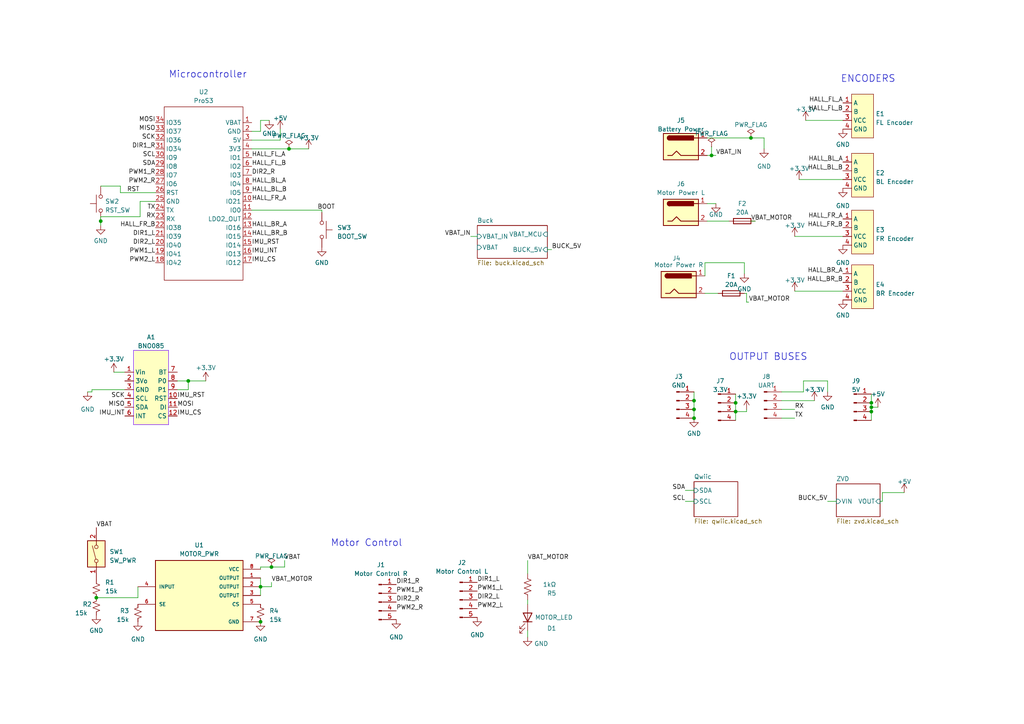
<source format=kicad_sch>
(kicad_sch (version 20230121) (generator eeschema)
  (paper "A4")
  (title_block (title "2.12 Mobile Robot PCB") (date "2024-01-26") (rev "V1") (company "MIT - jntaimo"))
  (lib_symbols
    (symbol "Adafruit:_Adafruit_BNO085"
      (property "Reference" "A" (at 5.08 3.81 0))
      (property "Value" "BNO085" (at 5.08 0 0))
      (symbol "_Adafruit_BNO085_1_1"
        (rectangle (start 0 2.54) (end 10.16 -19.05) (stroke (width 0) (color 117 6 255 1)) (fill (type background)))
        (pin input line (at -2.54 -3.81 0) (length 2.54) (name "Vin") (number "1"))
        (pin input line (at 12.7 -11.43 180) (length 2.54) (name "RST") (number "10"))
        (pin input line (at 12.7 -13.97 180) (length 2.54) (name "DI") (number "11"))
        (pin input line (at 12.7 -16.51 180) (length 2.54) (name "CS") (number "12"))
        (pin output line (at -2.54 -6.35 0) (length 2.54) (name "3Vo") (number "2"))
        (pin bidirectional line (at -2.54 -8.89 0) (length 2.54) (name "GND") (number "3"))
        (pin input line (at -2.54 -11.43 0) (length 2.54) (name "SCL") (number "4"))
        (pin output line (at -2.54 -13.97 0) (length 2.54) (name "SDA") (number "5"))
        (pin output line (at -2.54 -16.51 0) (length 2.54) (name "INT") (number "6"))
        (pin input line (at 12.7 -3.81 180) (length 2.54) (name "BT") (number "7"))
        (pin input line (at 12.7 -6.35 180) (length 2.54) (name "P0") (number "8"))
        (pin input line (at 12.7 -8.89 180) (length 2.54) (name "P1") (number "9"))
      )
    )
    (symbol "Connector:Conn_01x04_Pin" (pin_names (offset 1.016) hide)
      (property "Reference" "J" (at 0 5.08 0))
      (property "Value" "Conn_01x04_Pin" (at 0 -7.62 0))
      (symbol "Conn_01x04_Pin_1_1"
        (polyline (pts (xy 1.27 -5.08) (xy 0.8636 -5.08)) (stroke (width 0.1524)))
        (polyline (pts (xy 1.27 -2.54) (xy 0.8636 -2.54)) (stroke (width 0.1524)))
        (polyline (pts (xy 1.27 0) (xy 0.8636 0)) (stroke (width 0.1524)))
        (polyline (pts (xy 1.27 2.54) (xy 0.8636 2.54)) (stroke (width 0.1524)))
        (rectangle (start 0.8636 -4.953) (end 0 -5.207) (stroke (width 0.1524)) (fill (type outline)))
        (rectangle (start 0.8636 -2.413) (end 0 -2.667) (stroke (width 0.1524)) (fill (type outline)))
        (rectangle (start 0.8636 0.127) (end 0 -0.127) (stroke (width 0.1524)) (fill (type outline)))
        (rectangle (start 0.8636 2.667) (end 0 2.413) (stroke (width 0.1524)) (fill (type outline)))
        (pin passive line (at 5.08 2.54 180) (length 3.81) (name "Pin_1") (number "1"))
        (pin passive line (at 5.08 0 180) (length 3.81) (name "Pin_2") (number "2"))
        (pin passive line (at 5.08 -2.54 180) (length 3.81) (name "Pin_3") (number "3"))
        (pin passive line (at 5.08 -5.08 180) (length 3.81) (name "Pin_4") (number "4"))
      )
    )
    (symbol "Connector:Conn_01x05_Pin" (pin_names (offset 1.016) hide)
      (property "Reference" "J" (at 0 7.62 0))
      (property "Value" "Conn_01x05_Pin" (at 0 -7.62 0))
      (symbol "Conn_01x05_Pin_1_1"
        (polyline (pts (xy 1.27 -5.08) (xy 0.8636 -5.08)) (stroke (width 0.1524)))
        (polyline (pts (xy 1.27 -2.54) (xy 0.8636 -2.54)) (stroke (width 0.1524)))
        (polyline (pts (xy 1.27 0) (xy 0.8636 0)) (stroke (width 0.1524)))
        (polyline (pts (xy 1.27 2.54) (xy 0.8636 2.54)) (stroke (width 0.1524)))
        (polyline (pts (xy 1.27 5.08) (xy 0.8636 5.08)) (stroke (width 0.1524)))
        (rectangle (start 0.8636 -4.953) (end 0 -5.207) (stroke (width 0.1524)) (fill (type outline)))
        (rectangle (start 0.8636 -2.413) (end 0 -2.667) (stroke (width 0.1524)) (fill (type outline)))
        (rectangle (start 0.8636 0.127) (end 0 -0.127) (stroke (width 0.1524)) (fill (type outline)))
        (rectangle (start 0.8636 2.667) (end 0 2.413) (stroke (width 0.1524)) (fill (type outline)))
        (rectangle (start 0.8636 5.207) (end 0 4.953) (stroke (width 0.1524)) (fill (type outline)))
        (pin passive line (at 5.08 5.08 180) (length 3.81) (name "Pin_1") (number "1"))
        (pin passive line (at 5.08 2.54 180) (length 3.81) (name "Pin_2") (number "2"))
        (pin passive line (at 5.08 0 180) (length 3.81) (name "Pin_3") (number "3"))
        (pin passive line (at 5.08 -2.54 180) (length 3.81) (name "Pin_4") (number "4"))
        (pin passive line (at 5.08 -5.08 180) (length 3.81) (name "Pin_5") (number "5"))
      )
    )
    (symbol "Connector:Encoder"
      (property "Reference" "E" (at 5.08 3.81 0))
      (property "Value" "Encoder" (at 5.08 1.27 0))
      (symbol "Encoder_1_1"
        (rectangle (start 2.54 0) (end 8.89 -12.7) (fill (type background)))
        (pin input line (at 0 -2.54 0) (length 2.54) (name "A") (number "1"))
        (pin input line (at 0 -5.08 0) (length 2.54) (name "B") (number "2"))
        (pin input line (at 0 -7.62 0) (length 2.54) (name "VCC") (number "3"))
        (pin input line (at 0 -10.16 0) (length 2.54) (name "GND") (number "4"))
      )
    )
    (symbol "Connector:Jack-DC" (pin_names (offset 1.016))
      (property "Reference" "J" (at 0 5.334 0))
      (property "Value" "Jack-DC" (at 0 -5.08 0))
      (symbol "Jack-DC_0_1"
        (rectangle (start -5.08 3.81) (end 5.08 -3.81) (stroke (width 0.254)) (fill (type background)))
        (arc (start -3.302 3.175) (mid -3.9343 2.54) (end -3.302 1.905) (stroke (width 0.254)))
        (arc (start -3.302 3.175) (mid -3.9343 2.54) (end -3.302 1.905) (stroke (width 0.254)) (fill (type outline)))
        (polyline (pts (xy 5.08 2.54) (xy 3.81 2.54)) (stroke (width 0.254)))
        (polyline (pts (xy -3.81 -2.54) (xy -2.54 -2.54) (xy -1.27 -1.27) (xy 0 -2.54) (xy 2.54 -2.54) (xy 5.08 -2.54)) (stroke (width 0.254)))
        (rectangle (start 3.683 3.175) (end -3.302 1.905) (stroke (width 0.254)) (fill (type outline)))
      )
      (symbol "Jack-DC_1_1"
        (pin passive line (at 7.62 2.54 180) (length 2.54) (name "~") (number "1"))
        (pin passive line (at 7.62 -2.54 180) (length 2.54) (name "~") (number "2"))
      )
    )
    (symbol "Device:Fuse" (pin_numbers hide) (pin_names (offset 0))
      (property "Reference" "F" (at 2.032 0 90))
      (property "Value" "Fuse" (at -1.905 0 90))
      (symbol "Fuse_0_1"
        (rectangle (start -0.762 -2.54) (end 0.762 2.54) (stroke (width 0.254)))
        (polyline (pts (xy 0 2.54) (xy 0 -2.54)))
      )
      (symbol "Fuse_1_1"
        (pin passive line (at 0 3.81 270) (length 1.27) (name "~") (number "1"))
        (pin passive line (at 0 -3.81 90) (length 1.27) (name "~") (number "2"))
      )
    )
    (symbol "Device:LED" (pin_numbers hide) (pin_names (offset 1.016) hide)
      (property "Reference" "D" (at 0 2.54 0))
      (property "Value" "LED" (at 0 -2.54 0))
      (symbol "LED_0_1"
        (polyline (pts (xy -1.27 -1.27) (xy -1.27 1.27)) (stroke (width 0.254)))
        (polyline (pts (xy -1.27 0) (xy 1.27 0)))
        (polyline (pts (xy 1.27 -1.27) (xy 1.27 1.27) (xy -1.27 0) (xy 1.27 -1.27)) (stroke (width 0.254)))
        (polyline (pts (xy -3.048 -0.762) (xy -4.572 -2.286) (xy -3.81 -2.286) (xy -4.572 -2.286) (xy -4.572 -1.524)))
        (polyline (pts (xy -1.778 -0.762) (xy -3.302 -2.286) (xy -2.54 -2.286) (xy -3.302 -2.286) (xy -3.302 -1.524)))
      )
      (symbol "LED_1_1"
        (pin passive line (at -3.81 0 0) (length 2.54) (name "K") (number "1"))
        (pin passive line (at 3.81 0 180) (length 2.54) (name "A") (number "2"))
      )
    )
    (symbol "Device:R_Small_US" (pin_numbers hide) (pin_names (offset 0.254) hide)
      (property "Reference" "R" (at 0.762 0.508 0))
      (property "Value" "R_Small_US" (at 0.762 -1.016 0))
      (symbol "R_Small_US_1_1"
        (polyline (pts (xy 0 0) (xy 1.016 -0.381) (xy 0 -0.762) (xy -1.016 -1.143) (xy 0 -1.524)))
        (polyline (pts (xy 0 1.524) (xy 1.016 1.143) (xy 0 0.762) (xy -1.016 0.381) (xy 0 0)))
        (pin passive line (at 0 2.54 270) (length 1.016) (name "~") (number "1"))
        (pin passive line (at 0 -2.54 90) (length 1.016) (name "~") (number "2"))
      )
    )
    (symbol "Device:R_US" (pin_numbers hide) (pin_names (offset 0))
      (property "Reference" "R" (at 2.54 0 90))
      (property "Value" "R_US" (at -2.54 0 90))
      (symbol "R_US_0_1"
        (polyline (pts (xy 0 -2.286) (xy 0 -2.54)))
        (polyline (pts (xy 0 2.286) (xy 0 2.54)))
        (polyline (pts (xy 0 -0.762) (xy 1.016 -1.143) (xy 0 -1.524) (xy -1.016 -1.905) (xy 0 -2.286)))
        (polyline (pts (xy 0 0.762) (xy 1.016 0.381) (xy 0 0) (xy -1.016 -0.381) (xy 0 -0.762)))
        (polyline (pts (xy 0 2.286) (xy 1.016 1.905) (xy 0 1.524) (xy -1.016 1.143) (xy 0 0.762)))
      )
      (symbol "R_US_1_1"
        (pin passive line (at 0 3.81 270) (length 1.27) (name "~") (number "1"))
        (pin passive line (at 0 -3.81 90) (length 1.27) (name "~") (number "2"))
      )
    )
    (symbol "Power_Management:VN7007CHTR" (pin_names (offset 1.016))
      (property "Reference" "U" (at -12.7 12.7 0))
      (property "Value" "VN7007CHTR" (at -6.35 11.43 0))
      (symbol "VN7007CHTR_0_0"
        (rectangle (start -12.7 10.16) (end 12.7 -10.16) (stroke (width 0.254)) (fill (type background)))
        (pin output line (at 17.78 5.08 180) (length 5.08) (name "OUTPUT") (number "1"))
        (pin output line (at 17.78 2.54 180) (length 5.08) (name "OUTPUT") (number "2"))
        (pin output line (at 17.78 0 180) (length 5.08) (name "OUTPUT") (number "3"))
        (pin input line (at -17.78 2.54 0) (length 5.08) (name "INPUT") (number "4"))
        (pin output line (at 17.78 -2.54 180) (length 5.08) (name "CS") (number "5"))
        (pin input line (at -17.78 -2.54 0) (length 5.08) (name "SE") (number "6"))
        (pin power_in line (at 17.78 -7.62 180) (length 5.08) (name "GND") (number "7"))
        (pin power_in line (at 17.78 7.62 180) (length 5.08) (name "VCC") (number "8"))
      )
    )
    (symbol "ProS3:ProS3"
      (property "Reference" "U" (at 0 -28.956 0))
      (property "Value" "ProS3" (at -0.508 27.178 0))
      (symbol "ProS3_0_1"
        (rectangle (start -11.43 24.892) (end 11.43 -25.4) (stroke (width 0.1524)))
      )
      (symbol "ProS3_1_1"
        (pin power_in line (at 13.97 20.32 180) (length 2.54) (name "VBAT") (number "1"))
        (pin bidirectional line (at 13.97 -2.54 180) (length 2.54) (name "IO21") (number "10"))
        (pin bidirectional line (at 13.97 -5.08 180) (length 2.54) (name "IO0") (number "11"))
        (pin power_out line (at 13.97 -7.62 180) (length 2.54) (name "LDO2_OUT") (number "12"))
        (pin bidirectional line (at 13.97 -10.16 180) (length 2.54) (name "IO16") (number "13"))
        (pin bidirectional line (at 13.97 -12.7 180) (length 2.54) (name "IO15") (number "14"))
        (pin bidirectional line (at 13.97 -15.24 180) (length 2.54) (name "IO14") (number "15"))
        (pin bidirectional line (at 13.97 -17.78 180) (length 2.54) (name "IO13") (number "16"))
        (pin bidirectional line (at 13.97 -20.32 180) (length 2.54) (name "IO12") (number "17"))
        (pin bidirectional line (at -13.97 -20.32 0) (length 2.54) (name "IO42") (number "18"))
        (pin bidirectional line (at -13.97 -17.78 0) (length 2.54) (name "IO41") (number "19"))
        (pin power_in line (at 13.97 17.78 180) (length 2.54) (name "GND") (number "2"))
        (pin bidirectional line (at -13.97 -15.24 0) (length 2.54) (name "IO40") (number "20"))
        (pin bidirectional line (at -13.97 -12.7 0) (length 2.54) (name "IO39") (number "21"))
        (pin bidirectional line (at -13.97 -10.16 0) (length 2.54) (name "IO38") (number "22"))
        (pin bidirectional line (at -13.97 -7.62 0) (length 2.54) (name "RX") (number "23"))
        (pin bidirectional line (at -13.97 -5.08 0) (length 2.54) (name "TX") (number "24"))
        (pin power_in line (at -13.97 -2.54 0) (length 2.54) (name "GND") (number "25"))
        (pin input line (at -13.97 0 0) (length 2.54) (name "RST") (number "26"))
        (pin bidirectional line (at -13.97 2.54 0) (length 2.54) (name "IO6") (number "27"))
        (pin bidirectional line (at -13.97 5.08 0) (length 2.54) (name "IO7") (number "28"))
        (pin bidirectional line (at -13.97 7.62 0) (length 2.54) (name "IO8") (number "29"))
        (pin power_in line (at 13.97 15.24 180) (length 2.54) (name "5V") (number "3"))
        (pin bidirectional line (at -13.97 10.16 0) (length 2.54) (name "IO9") (number "30"))
        (pin bidirectional line (at -13.97 12.7 0) (length 2.54) (name "IO34") (number "31"))
        (pin bidirectional line (at -13.97 15.24 0) (length 2.54) (name "IO36") (number "32"))
        (pin bidirectional line (at -13.97 17.78 0) (length 2.54) (name "IO37") (number "33"))
        (pin bidirectional line (at -13.97 20.32 0) (length 2.54) (name "IO35") (number "34"))
        (pin power_in line (at 13.97 12.7 180) (length 2.54) (name "3V3") (number "4"))
        (pin bidirectional line (at 13.97 10.16 180) (length 2.54) (name "IO1") (number "5"))
        (pin bidirectional line (at 13.97 7.62 180) (length 2.54) (name "IO2") (number "6"))
        (pin bidirectional line (at 13.97 5.08 180) (length 2.54) (name "IO3") (number "7"))
        (pin bidirectional line (at 13.97 2.54 180) (length 2.54) (name "IO4") (number "8"))
        (pin bidirectional line (at 13.97 0 180) (length 2.54) (name "IO5") (number "9"))
      )
    )
    (symbol "Switch:SW_DIP_x01" (pin_names (offset 0) hide)
      (property "Reference" "SW" (at 0 3.81 0))
      (property "Value" "SW_DIP_x01" (at 0 -3.81 0))
      (symbol "SW_DIP_x01_0_0"
        (circle (center -2.032 0) (radius 0.508))
        (polyline (pts (xy -1.524 0.127) (xy 2.3622 1.1684)))
        (circle (center 2.032 0) (radius 0.508))
      )
      (symbol "SW_DIP_x01_0_1"
        (rectangle (start -3.81 2.54) (end 3.81 -2.54) (stroke (width 0.254)) (fill (type background)))
      )
      (symbol "SW_DIP_x01_1_1"
        (pin passive line (at -7.62 0 0) (length 5.08) (name "~") (number "1"))
        (pin passive line (at 7.62 0 180) (length 5.08) (name "~") (number "2"))
      )
    )
    (symbol "Switch:SW_Push" (pin_numbers hide) (pin_names (offset 1.016) hide)
      (property "Reference" "SW" (at 1.27 2.54 0))
      (property "Value" "SW_Push" (at 0 -1.524 0))
      (symbol "SW_Push_0_1"
        (circle (center -2.032 0) (radius 0.508))
        (polyline (pts (xy 0 1.27) (xy 0 3.048)))
        (polyline (pts (xy 2.54 1.27) (xy -2.54 1.27)))
        (circle (center 2.032 0) (radius 0.508))
        (pin passive line (at -5.08 0 0) (length 2.54) (name "1") (number "1"))
        (pin passive line (at 5.08 0 180) (length 2.54) (name "2") (number "2"))
      )
    )
    (symbol "power:+3.3V" (power) (pin_names (offset 0))
      (property "Value" "+3.3V" (at 0 3.556 0))
      (symbol "+3.3V_0_1"
        (polyline (pts (xy -0.762 1.27) (xy 0 2.54)))
        (polyline (pts (xy 0 0) (xy 0 2.54)))
        (polyline (pts (xy 0 2.54) (xy 0.762 1.27)))
      )
      (symbol "+3.3V_1_1"
        (pin power_in line (at 0 0 90) (length 0) hide (name "+3.3V") (number "1"))
      )
    )
    (symbol "power:+5V" (power) (pin_names (offset 0))
      (property "Value" "+5V" (at 0 3.556 0))
      (symbol "+5V_0_1"
        (polyline (pts (xy -0.762 1.27) (xy 0 2.54)))
        (polyline (pts (xy 0 0) (xy 0 2.54)))
        (polyline (pts (xy 0 2.54) (xy 0.762 1.27)))
      )
      (symbol "+5V_1_1"
        (pin power_in line (at 0 0 90) (length 0) hide (name "+5V") (number "1"))
      )
    )
    (symbol "power:GND" (power) (pin_names (offset 0))
      (property "Value" "GND" (at 0 -3.81 0))
      (symbol "GND_0_1"
        (polyline (pts (xy 0 0) (xy 0 -1.27) (xy 1.27 -1.27) (xy 0 -2.54) (xy -1.27 -1.27) (xy 0 -1.27)))
      )
      (symbol "GND_1_1"
        (pin power_in line (at 0 0 270) (length 0) hide (name "GND") (number "1"))
      )
    )
    (symbol "power:PWR_FLAG" (power) (pin_numbers hide) (pin_names (offset 0) hide)
      (property "Value" "PWR_FLAG" (at 0 3.81 0))
      (symbol "PWR_FLAG_0_0"
        (pin power_out line (at 0 0 90) (length 0) (name "pwr") (number "1"))
      )
      (symbol "PWR_FLAG_0_1"
        (polyline (pts (xy 0 0) (xy 0 1.27) (xy -1.016 1.905) (xy 0 2.54) (xy 1.016 1.905) (xy 0 1.27)))
      )
    )
  )
  (junction (at 213.36 116.84))
  (junction (at 206.375 45.085))
  (junction (at 252.73 116.84))
  (junction (at 29.21 64.135))
  (junction (at 217.805 40.005))
  (junction (at 75.565 180.34))
  (junction (at 78.74 164.465))
  (junction (at 213.36 119.38))
  (junction (at 252.73 119.38))
  (junction (at 27.94 173.355))
  (junction (at 201.295 118.745))
  (junction (at 201.295 121.285))
  (junction (at 252.73 118.11))
  (junction (at 83.82 43.18))
  (junction (at 75.565 170.18))
  (junction (at 54.61 110.49))
  (junction (at 201.295 116.205))
  (wire (pts (xy 205.105 64.135) (xy 211.455 64.135)))
  (wire (pts (xy 206.375 42.545) (xy 206.375 45.085)))
  (wire (pts (xy 153.035 162.56) (xy 153.035 166.37)))
  (wire (pts (xy 215.9 79.375) (xy 215.9 76.2)))
  (wire (pts (xy 221.615 40.005) (xy 221.615 43.18)))
  (wire (pts (xy 75.565 34.925) (xy 75.565 38.1)))
  (wire (pts (xy 153.035 184.785) (xy 153.035 182.88)))
  (wire (pts (xy 40.64 58.42) (xy 40.64 62.865)))
  (wire (pts (xy 26.67 113.665) (xy 26.67 113.03)))
  (wire (pts (xy 216.535 87.63) (xy 217.17 87.63)))
  (wire (pts (xy 226.695 118.745) (xy 230.505 118.745)))
  (wire (pts (xy 201.295 118.745) (xy 201.295 121.285)))
  (wire (pts (xy 83.82 43.18) (xy 89.535 43.18)))
  (wire (pts (xy 240.03 110.49) (xy 240.03 113.665)))
  (wire (pts (xy 75.565 164.465) (xy 75.565 165.1)))
  (wire (pts (xy 255.905 145.415) (xy 255.905 142.875)))
  (wire (pts (xy 233.68 34.925) (xy 244.475 34.925)))
  (wire (pts (xy 153.035 173.99) (xy 153.035 175.26)))
  (wire (pts (xy 216.535 85.09) (xy 215.9 85.09)))
  (wire (pts (xy 240.03 145.415) (xy 242.57 145.415)))
  (wire (pts (xy 198.755 142.24) (xy 201.295 142.24)))
  (wire (pts (xy 75.565 170.18) (xy 75.565 172.72)))
  (wire (pts (xy 54.61 110.49) (xy 59.69 110.49)))
  (wire (pts (xy 75.565 164.465) (xy 78.74 164.465)))
  (wire (pts (xy 75.565 34.925) (xy 78.105 34.925)))
  (wire (pts (xy 29.21 62.865) (xy 40.64 62.865)))
  (wire (pts (xy 226.695 116.205) (xy 236.22 116.205)))
  (wire (pts (xy 206.375 45.085) (xy 207.645 45.085)))
  (wire (pts (xy 206.375 45.085) (xy 205.105 45.085)))
  (wire (pts (xy 201.295 113.665) (xy 201.295 116.205)))
  (wire (pts (xy 252.73 119.38) (xy 252.73 121.92)))
  (wire (pts (xy 81.28 37.465) (xy 81.28 40.64)))
  (wire (pts (xy 54.61 113.03) (xy 54.61 110.49)))
  (wire (pts (xy 252.73 116.84) (xy 252.73 118.11)))
  (wire (pts (xy 198.755 145.415) (xy 201.295 145.415)))
  (wire (pts (xy 73.025 40.64) (xy 81.28 40.64)))
  (wire (pts (xy 219.075 64.135) (xy 217.805 64.135)))
  (wire (pts (xy 51.435 113.03) (xy 54.61 113.03)))
  (wire (pts (xy 75.565 170.18) (xy 78.74 170.18)))
  (wire (pts (xy 40.005 173.355) (xy 27.94 173.355)))
  (wire (pts (xy 205.105 40.005) (xy 217.805 40.005)))
  (wire (pts (xy 25.4 113.665) (xy 26.67 113.665)))
  (wire (pts (xy 213.36 119.38) (xy 216.535 119.38)))
  (wire (pts (xy 217.805 40.005) (xy 221.615 40.005)))
  (wire (pts (xy 33.02 107.95) (xy 36.195 107.95)))
  (wire (pts (xy 45.085 55.88) (xy 34.925 55.88)))
  (wire (pts (xy 45.085 58.42) (xy 40.64 58.42)))
  (wire (pts (xy 29.21 64.135) (xy 29.21 65.405)))
  (wire (pts (xy 136.525 68.58) (xy 138.43 68.58)))
  (wire (pts (xy 78.74 170.18) (xy 78.74 168.91)))
  (wire (pts (xy 204.47 85.09) (xy 208.28 85.09)))
  (wire (pts (xy 226.695 113.665) (xy 233.045 113.665)))
  (wire (pts (xy 233.045 113.665) (xy 233.045 110.49)))
  (wire (pts (xy 205.105 59.055) (xy 207.645 59.055)))
  (wire (pts (xy 34.925 53.975) (xy 29.21 53.975)))
  (wire (pts (xy 252.73 118.11) (xy 252.73 119.38)))
  (wire (pts (xy 82.55 162.56) (xy 82.55 164.465)))
  (wire (pts (xy 231.775 52.07) (xy 244.475 52.07)))
  (wire (pts (xy 230.505 84.455) (xy 244.475 84.455)))
  (wire (pts (xy 226.695 121.285) (xy 230.505 121.285)))
  (wire (pts (xy 158.75 72.39) (xy 160.02 72.39)))
  (wire (pts (xy 73.025 43.18) (xy 83.82 43.18)))
  (wire (pts (xy 204.47 76.2) (xy 204.47 80.01)))
  (wire (pts (xy 73.025 60.96) (xy 93.345 60.96)))
  (wire (pts (xy 252.73 118.11) (xy 254.635 118.11)))
  (wire (pts (xy 216.535 119.38) (xy 216.535 118.745)))
  (wire (pts (xy 93.345 60.96) (xy 93.345 61.595)))
  (wire (pts (xy 40.005 170.18) (xy 40.005 173.355)))
  (wire (pts (xy 230.505 68.58) (xy 244.475 68.58)))
  (wire (pts (xy 75.565 167.64) (xy 75.565 170.18)))
  (wire (pts (xy 78.74 164.465) (xy 82.55 164.465)))
  (wire (pts (xy 26.67 113.03) (xy 36.195 113.03)))
  (wire (pts (xy 255.905 142.875) (xy 262.255 142.875)))
  (wire (pts (xy 213.36 116.84) (xy 213.36 119.38)))
  (wire (pts (xy 54.61 110.49) (xy 51.435 110.49)))
  (wire (pts (xy 255.27 145.415) (xy 255.905 145.415)))
  (wire (pts (xy 201.295 116.205) (xy 201.295 118.745)))
  (wire (pts (xy 213.36 114.3) (xy 213.36 116.84)))
  (wire (pts (xy 75.565 38.1) (xy 73.025 38.1)))
  (wire (pts (xy 252.73 114.3) (xy 252.73 116.84)))
  (wire (pts (xy 204.47 76.2) (xy 215.9 76.2)))
  (wire (pts (xy 213.36 119.38) (xy 213.36 121.92)))
  (wire (pts (xy 29.21 62.865) (xy 29.21 64.135)))
  (wire (pts (xy 233.045 110.49) (xy 240.03 110.49)))
  (wire (pts (xy 34.925 55.88) (xy 34.925 53.975)))
  (wire (pts (xy 216.535 87.63) (xy 216.535 85.09)))
  (text "OUTPUT BUSES" (at 211.455 104.775 0) (effects (font (size 2 2)) (justify left bottom)))
  (text "ENCODERS" (at 243.84 24.13 0) (effects (font (size 2 2)) (justify left bottom)))
  (text "Microcontroller" (at 48.895 22.86 0) (effects (font (size 2 2)) (justify left bottom)))
  (text "Motor Control" (at 95.885 158.75 0) (effects (font (size 2 2)) (justify left bottom)))
  (label "RX" (at 45.085 63.5 180))
  (label "BUCK_5V" (at 160.02 72.39 0))
  (label "PWM2_L" (at 45.085 76.2 180))
  (label "PWM2_L" (at 138.43 176.53 0))
  (label "VBAT_MOTOR" (at 217.17 87.63 0))
  (label "DIR1_R" (at 114.935 169.545 0))
  (label "HALL_BR_A" (at 244.475 79.375 180))
  (label "DIR2_L" (at 138.43 173.99 0))
  (label "HALL_BR_B" (at 73.025 68.58 0))
  (label "VBAT_MOTOR" (at 217.805 64.135 0))
  (label "RX" (at 230.505 118.745 0))
  (label "HALL_FR_A" (at 73.025 58.42 0))
  (label "HALL_BL_A" (at 73.025 53.34 0))
  (label "TX" (at 230.505 121.285 0))
  (label "HALL_BL_A" (at 244.475 46.99 180))
  (label "HALL_FR_B" (at 45.085 66.04 180))
  (label "MISO" (at 45.085 38.1 180))
  (label "VBAT_IN" (at 207.645 45.085 0))
  (label "SCK" (at 36.195 115.57 180))
  (label "IMU_INT" (at 73.025 73.66 0))
  (label "HALL_FL_A" (at 244.475 29.845 180))
  (label "SCK" (at 45.085 40.64 180))
  (label "VBAT_IN" (at 136.525 68.58 180))
  (label "MOSI" (at 51.435 118.11 0))
  (label "HALL_FR_B" (at 244.475 66.04 180))
  (label "MOSI" (at 45.085 35.56 180))
  (label "HALL_FL_B" (at 73.025 48.26 0))
  (label "DIR2_L" (at 45.085 71.12 180))
  (label "PWM1_R" (at 45.085 50.8 180))
  (label "HALL_BR_A" (at 73.025 66.04 0))
  (label "VBAT" (at 82.55 162.56 0))
  (label "VBAT" (at 27.94 153.035 0))
  (label "VBAT_MOTOR" (at 78.74 168.91 0))
  (label "DIR2_R" (at 73.025 50.8 0))
  (label "TX" (at 45.085 60.96 180))
  (label "HALL_FL_B" (at 244.475 32.385 180))
  (label "PWM1_R" (at 114.935 172.085 0))
  (label "SDA" (at 45.085 48.26 180))
  (label "MISO" (at 36.195 118.11 180))
  (label "SCL" (at 45.085 45.72 180))
  (label "DIR1_L" (at 138.43 168.91 0))
  (label "BOOT" (at 92.075 60.96 0))
  (label "IMU_CS" (at 73.025 76.2 0))
  (label "BUCK_5V" (at 240.03 145.415 180))
  (label "HALL_FR_A" (at 244.475 63.5 180))
  (label "DIR2_R" (at 114.935 174.625 0))
  (label "SCL" (at 198.755 145.415 180))
  (label "DIR1_L" (at 45.085 68.58 180))
  (label "IMU_CS" (at 51.435 120.65 0))
  (label "PWM2_R" (at 114.935 177.165 0))
  (label "HALL_BL_B" (at 73.025 55.88 0))
  (label "PWM1_L" (at 45.085 73.66 180))
  (label "IMU_INT" (at 36.195 120.65 180))
  (label "HALL_BL_B" (at 244.475 49.53 180))
  (label "RST" (at 36.83 55.88 0))
  (label "VBAT_MOTOR" (at 153.035 162.56 0))
  (label "SDA" (at 198.755 142.24 180))
  (label "HALL_BR_B" (at 244.475 81.915 180))
  (label "DIR1_R" (at 45.085 43.18 180))
  (label "IMU_RST" (at 73.025 71.12 0))
  (label "HALL_FL_A" (at 73.025 45.72 0))
  (label "PWM2_R" (at 45.085 53.34 180))
  (label "IMU_RST" (at 51.435 115.57 0))
  (label "PWM1_L" (at 138.43 171.45 0))
  (symbol (lib_id "Device:R_US") (at 153.035 170.18 0) (unit 1)
    (property "Reference" "R5" (at 160.02 172.085 0))
    (property "Value" "1kΩ" (at 159.385 169.545 0))
    (property "Footprint" "Resistor_SMD:R_0201_0603Metric_Pad0.64x0.40mm_HandSolder" (effects hide))
    (property "MPN" "C5555492" (effects hide))
  )
  (symbol (lib_id "power:GND") (at 40.005 180.34 0) (unit 1)
    (property "Reference" "#PWR05" (effects hide))
    (property "Value" "GND" (at 40.005 185.42 0))
  )
  (symbol (lib_id "Switch:SW_Push") (at 93.345 66.675 270) (unit 1)
    (property "Reference" "SW3" (at 97.79 66.04 90) (effects (justify left)))
    (property "Value" "BOOT_SW" (at 97.79 68.58 90) (effects (justify left)))
    (property "Footprint" "Button_Switch_THT:SW_PUSH_6mm" (effects hide))
    (property "MPN" "C393938" (effects hide))
  )
  (symbol (lib_id "power:+3.3V") (at 216.535 118.745 0) (unit 1)
    (property "Reference" "#PWR018" (effects hide))
    (property "Value" "+3.3V" (at 216.535 114.935 0))
  )
  (symbol (lib_id "Connector:Encoder") (at 244.475 76.835 0) (unit 1)
    (property "Reference" "E4" (at 254 82.55 0) (effects (justify left)))
    (property "Value" "BR Encoder" (at 254 85.09 0) (effects (justify left)))
    (property "Footprint" "Connector_JST:JST_PH_S4B-PH-SM4-TB_1x04-1MP_P2.00mm_Horizontal" (effects hide))
    (property "MPN" "C265102" (effects hide))
  )
  (symbol (lib_id "Device:Fuse") (at 215.265 64.135 270) (unit 1)
    (property "Reference" "F2" (at 215.265 59.055 90))
    (property "Value" "20A" (at 215.265 61.595 90))
    (property "Footprint" "Fuse:Fuse_1206_3216Metric" (effects hide))
    (property "Datasheet" "https://datasheet.lcsc.com/lcsc/2304140030_Littelfuse-0501020-WR1_C207007.pdf" (effects hide))
    (property "MPN" "C207007" (effects hide))
  )
  (symbol (lib_id "power:+3.3V") (at 230.505 68.58 0) (unit 1)
    (property "Reference" "#PWR020" (effects hide))
    (property "Value" "+3.3V" (at 230.505 65.405 0))
  )
  (symbol (lib_id "power:+5V") (at 81.28 37.465 0) (unit 1)
    (property "Reference" "#PWR09" (effects hide))
    (property "Value" "+5V" (at 81.28 34.29 0))
  )
  (symbol (lib_id "power:GND") (at 114.935 179.705 0) (unit 1)
    (property "Reference" "#PWR012" (effects hide))
    (property "Value" "GND" (at 114.935 184.785 0))
  )
  (symbol (lib_id "Connector:Encoder") (at 244.475 60.96 0) (unit 1)
    (property "Reference" "E3" (at 254 66.675 0) (effects (justify left)))
    (property "Value" "FR Encoder" (at 254 69.215 0) (effects (justify left)))
    (property "Footprint" "Connector_JST:JST_PH_S4B-PH-SM4-TB_1x04-1MP_P2.00mm_Horizontal" (effects hide))
    (property "MPN" "C265102" (effects hide))
  )
  (symbol (lib_id "power:GND") (at 201.295 121.285 0) (unit 1)
    (property "Reference" "#PWR015" (effects hide))
    (property "Value" "GND" (at 201.295 125.73 0))
  )
  (symbol (lib_id "Switch:SW_Push") (at 29.21 59.055 90) (unit 1)
    (property "Reference" "SW2" (at 30.48 58.42 90) (effects (justify right)))
    (property "Value" "RST_SW" (at 30.48 60.96 90) (effects (justify right)))
    (property "Footprint" "Button_Switch_THT:SW_PUSH_6mm" (effects hide))
    (property "MPN" "C393938" (effects hide))
  )
  (symbol (lib_id "Adafruit:_Adafruit_BNO085") (at 38.735 104.14 0) (unit 1)
    (property "Reference" "A1" (at 43.815 97.79 0))
    (property "Value" "BNO085" (at 43.815 100.33 0))
    (property "Footprint" "Adafruit:Adafruit_BNO085" (effects hide))
  )
  (symbol (lib_id "power:GND") (at 138.43 179.07 0) (unit 1)
    (property "Reference" "#PWR013" (effects hide))
    (property "Value" "GND" (at 138.43 184.15 0))
  )
  (symbol (lib_id "power:GND") (at 244.475 71.12 0) (unit 1)
    (property "Reference" "#PWR028" (effects hide))
    (property "Value" "GND" (at 244.475 76.2 0))
  )
  (symbol (lib_id "Connector:Encoder") (at 244.475 27.305 0) (unit 1)
    (property "Reference" "E1" (at 254 33.02 0) (effects (justify left)))
    (property "Value" "FL Encoder" (at 254 35.56 0) (effects (justify left)))
    (property "Footprint" "Connector_JST:JST_PH_S4B-PH-SM4-TB_1x04-1MP_P2.00mm_Horizontal" (effects hide))
    (property "MPN" "C265102" (effects hide))
  )
  (symbol (lib_id "power:+3.3V") (at 59.69 110.49 0) (unit 1)
    (property "Reference" "#PWR06" (effects hide))
    (property "Value" "+3.3V" (at 59.69 106.68 0))
  )
  (symbol (lib_id "Device:R_Small_US") (at 27.94 170.815 0) (unit 1)
    (property "Reference" "R1" (at 30.48 168.91 0) (effects (justify left)))
    (property "Value" "15k" (at 30.48 171.45 0) (effects (justify left)))
    (property "Footprint" "Resistor_SMD:R_0201_0603Metric_Pad0.64x0.40mm_HandSolder" (effects hide))
    (property "MPN" "C114661" (effects hide))
  )
  (symbol (lib_id "Connector:Jack-DC") (at 197.485 42.545 0) (unit 1)
    (property "Reference" "J5" (at 197.485 34.925 0))
    (property "Value" "Battery Power" (at 197.485 37.465 0))
    (property "Footprint" "Connector_AMASS:AMASS_XT60PW-M_1x02_P7.20mm_Horizontal" (effects hide))
  )
  (symbol (lib_id "Device:R_Small_US") (at 40.005 177.8 0) (mirror y) (unit 1)
    (property "Reference" "R3" (at 37.465 177.165 0) (effects (justify left)))
    (property "Value" "15k" (at 37.465 179.705 0) (effects (justify left)))
    (property "Footprint" "Resistor_SMD:R_0201_0603Metric_Pad0.64x0.40mm_HandSolder" (effects hide))
    (property "MPN" "C114661" (effects hide))
    (property "Name" "RSE1" (effects hide))
  )
  (symbol (lib_id "power:+3.3V") (at 33.02 107.95 0) (unit 1)
    (property "Reference" "#PWR04" (effects hide))
    (property "Value" "+3.3V" (at 33.02 104.14 0))
  )
  (symbol (lib_id "Connector:Conn_01x05_Pin") (at 133.35 173.99 0) (unit 1)
    (property "Reference" "J2" (at 133.985 163.195 0))
    (property "Value" "Motor Control L" (at 133.985 165.735 0))
    (property "Footprint" "Connector_PinHeader_2.54mm:PinHeader_1x05_P2.54mm_Vertical" (effects hide))
    (property "MPN" "C492404" (effects hide))
  )
  (symbol (lib_id "Connector:Conn_01x05_Pin") (at 109.855 174.625 0) (unit 1)
    (property "Reference" "J1" (at 110.49 163.83 0))
    (property "Value" "Motor Control R" (at 110.49 166.37 0))
    (property "Footprint" "Connector_PinHeader_2.54mm:PinHeader_1x05_P2.54mm_Vertical" (effects hide))
    (property "MPN" "C492404" (effects hide))
  )
  (symbol (lib_id "power:PWR_FLAG") (at 78.74 164.465 0) (unit 1)
    (property "Reference" "#FLG01" (effects hide))
    (property "Value" "PWR_FLAG" (at 78.74 161.29 0))
  )
  (symbol (lib_id "Connector:Jack-DC") (at 196.85 82.55 0) (unit 1)
    (property "Reference" "J4" (at 196.215 74.93 0))
    (property "Value" "Motor Power R" (at 196.85 76.835 0))
    (property "Footprint" "Connector_AMASS:AMASS_XT30PW-F_1x02_P2.50mm_Horizontal" (effects hide))
  )
  (symbol (lib_id "Device:R_Small_US") (at 75.565 177.8 0) (unit 1)
    (property "Reference" "R4" (at 78.105 177.165 0) (effects (justify left)))
    (property "Value" "15k" (at 78.105 179.705 0) (effects (justify left)))
    (property "Footprint" "Resistor_SMD:R_0201_0603Metric_Pad0.64x0.40mm_HandSolder" (effects hide))
    (property "MPN" "C114661" (effects hide))
    (property "Name" "RCs1" (effects hide))
  )
  (symbol (lib_id "Connector:Encoder") (at 244.475 44.45 0) (unit 1)
    (property "Reference" "E2" (at 254 50.165 0) (effects (justify left)))
    (property "Value" "BL Encoder" (at 254 52.705 0) (effects (justify left)))
    (property "Footprint" "Connector_JST:JST_PH_S4B-PH-SM4-TB_1x04-1MP_P2.00mm_Horizontal" (effects hide))
    (property "MPN" "C265102" (effects hide))
  )
  (symbol (lib_id "ProS3:ProS3") (at 59.055 55.88 0) (unit 1)
    (property "Reference" "U2" (at 59.055 26.67 0))
    (property "Value" "ProS3" (at 59.055 29.21 0))
    (property "Footprint" "footprints:ProS3_TH" (effects hide))
  )
  (symbol (lib_id "power:+3.3V") (at 233.68 34.925 0) (unit 1)
    (property "Reference" "#PWR023" (effects hide))
    (property "Value" "+3.3V" (at 233.68 31.75 0))
  )
  (symbol (lib_id "power:GND") (at 244.475 54.61 0) (unit 1)
    (property "Reference" "#PWR027" (effects hide))
    (property "Value" "GND" (at 244.475 59.69 0))
  )
  (symbol (lib_id "power:+3.3V") (at 89.535 43.18 0) (unit 1)
    (property "Reference" "#PWR010" (effects hide))
    (property "Value" "+3.3V" (at 89.535 40.005 0))
  )
  (symbol (lib_id "Power_Management:VN7007CHTR") (at 57.785 172.72 0) (unit 1)
    (property "Reference" "U1" (at 57.785 158.115 0))
    (property "Value" "MOTOR_PWR" (at 57.785 160.655 0))
    (property "Footprint" "2.004:DPAK85P972X240-8N" (effects hide))
    (property "MPN" "C2150194" (effects hide))
    (property "MF" "STMicroelectronics" (effects hide))
    (property "MAXIMUM_PACKAGE_HEIGHT" "2.40mm" (effects hide))
    (property "Package" "OctaPAK STMicroelectronics" (effects hide))
    (property "Price" "None" (effects hide))
    (property "Check_prices" "https://www.snapeda.com/parts/VN7007AHTR/STMicroelectronics/view-part/?ref=eda" (effects hide))
    (property "STANDARD" "IPC-7351B" (effects hide))
    (property "PARTREV" "3" (effects hide))
    (property "SnapEDA_Link" "https://www.snapeda.com/parts/VN7007AHTR/STMicroelectronics/view-part/?ref=snap" (effects hide))
    (property "MP" "VN7007AHTR" (effects hide))
    (property "Purchase-URL" "https://www.snapeda.com/api/url_track_click_mouser/?unipart_id=899347&manufacturer=STMicroelectronics&part_name=VN7007AHTR&search_term=None" (effects hide))
    (property "Description" "\nPower Switch/Driver 1:1 N-Channel 100A OctaPAK 7+1\n" (effects hide))
    (property "Availability" "In Stock" (effects hide))
    (property "MANUFACTURER" "Amphenol" (effects hide))
  )
  (symbol (lib_id "power:GND") (at 93.345 71.755 0) (unit 1)
    (property "Reference" "#PWR011" (effects hide))
    (property "Value" "GND" (at 93.345 76.2 0))
  )
  (symbol (lib_id "power:+3.3V") (at 231.775 52.07 0) (unit 1)
    (property "Reference" "#PWR022" (effects hide))
    (property "Value" "+3.3V" (at 231.775 48.895 0))
  )
  (symbol (lib_id "power:GND") (at 244.475 37.465 0) (unit 1)
    (property "Reference" "#PWR026" (effects hide))
    (property "Value" "GND" (at 244.475 41.91 0))
  )
  (symbol (lib_id "power:GND") (at 240.03 113.665 0) (unit 1)
    (property "Reference" "#PWR025" (effects hide))
    (property "Value" "GND" (at 240.03 118.11 0))
  )
  (symbol (lib_id "power:GND") (at 153.035 184.785 0) (unit 1)
    (property "Reference" "#PWR014" (effects hide))
    (property "Value" "GND" (at 154.94 186.69 0) (effects (justify left)))
  )
  (symbol (lib_id "power:+3.3V") (at 230.505 84.455 0) (unit 1)
    (property "Reference" "#PWR021" (effects hide))
    (property "Value" "+3.3V" (at 230.505 81.28 0))
  )
  (symbol (lib_id "power:PWR_FLAG") (at 217.805 40.005 0) (unit 1)
    (property "Reference" "#FLG04" (effects hide))
    (property "Value" "PWR_FLAG" (at 217.805 36.195 0))
  )
  (symbol (lib_id "Switch:SW_DIP_x01") (at 27.94 160.655 90) (unit 1) (in_bom no)
    (property "Reference" "SW1" (at 31.75 160.02 90) (effects (justify right)))
    (property "Value" "SW_PWR" (at 31.75 162.56 90) (effects (justify right)))
    (property "Footprint" "Connector_JST:JST_PH_B2B-PH-SM4-TB_1x02-1MP_P2.00mm_Vertical" (effects hide))
    (property "MPN" "C160352" (effects hide))
  )
  (symbol (lib_id "power:GND") (at 75.565 180.34 0) (unit 1)
    (property "Reference" "#PWR07" (effects hide))
    (property "Value" "GND" (at 75.565 185.42 0))
  )
  (symbol (lib_id "power:PWR_FLAG") (at 206.375 42.545 0) (unit 1)
    (property "Reference" "#FLG03" (effects hide))
    (property "Value" "PWR_FLAG" (at 206.375 38.735 0))
  )
  (symbol (lib_id "power:+3.3V") (at 236.22 116.205 0) (unit 1)
    (property "Reference" "#PWR024" (effects hide))
    (property "Value" "+3.3V" (at 236.22 113.03 0))
  )
  (symbol (lib_id "power:PWR_FLAG") (at 83.82 43.18 0) (unit 1)
    (property "Reference" "#FLG02" (effects hide))
    (property "Value" "PWR_FLAG" (at 83.82 39.37 0))
  )
  (symbol (lib_id "Connector:Conn_01x04_Pin") (at 208.28 116.84 0) (unit 1)
    (property "Reference" "J7" (at 208.915 110.49 0))
    (property "Value" "3.3V" (at 208.915 113.03 0))
    (property "Footprint" "Connector_PinHeader_2.54mm:PinHeader_1x04_P2.54mm_Vertical" (effects hide))
    (property "MPN" "C2691448" (effects hide))
  )
  (symbol (lib_id "power:GND") (at 29.21 65.405 0) (unit 1)
    (property "Reference" "#PWR03" (effects hide))
    (property "Value" "GND" (at 29.21 69.85 0))
  )
  (symbol (lib_id "Device:Fuse") (at 212.09 85.09 270) (unit 1)
    (property "Reference" "F1" (at 212.09 80.01 90))
    (property "Value" "20A" (at 212.09 82.55 90))
    (property "Footprint" "Fuse:Fuse_1206_3216Metric" (effects hide))
    (property "Datasheet" "https://datasheet.lcsc.com/lcsc/2304140030_Littelfuse-0501020-WR1_C207007.pdf" (effects hide))
    (property "MPN" "C207007" (effects hide))
  )
  (symbol (lib_id "Device:LED") (at 153.035 179.07 270) (mirror x) (unit 1)
    (property "Reference" "D1" (at 160.02 182.245 90))
    (property "Value" "MOTOR_LED" (at 160.655 179.07 90))
    (property "Footprint" "LED_SMD:LED_0603_1608Metric" (effects hide))
    (property "MPN" "C434423" (effects hide))
  )
  (symbol (lib_id "power:+5V") (at 254.635 118.11 0) (unit 1)
    (property "Reference" "#PWR030" (effects hide))
    (property "Value" "+5V" (at 254.635 114.3 0))
  )
  (symbol (lib_id "Connector:Conn_01x04_Pin") (at 247.65 116.84 0) (unit 1) (in_bom no)
    (property "Reference" "J9" (at 248.285 110.49 0))
    (property "Value" "5V" (at 248.285 113.03 0))
    (property "Footprint" "Connector_PinHeader_2.54mm:PinHeader_1x04_P2.54mm_Vertical" (effects hide))
    (property "MPN" "C2691448" (effects hide))
  )
  (symbol (lib_id "power:GND") (at 27.94 178.435 0) (unit 1)
    (property "Reference" "#PWR02" (effects hide))
    (property "Value" "GND" (at 27.94 182.88 0))
  )
  (symbol (lib_id "power:GND") (at 25.4 113.665 0) (unit 1)
    (property "Reference" "#PWR01" (effects hide))
    (property "Value" "GND" (at 25.4 118.745 0))
  )
  (symbol (lib_id "power:GND") (at 78.105 34.925 0) (unit 1)
    (property "Reference" "#PWR08" (effects hide))
    (property "Value" "GND" (at 78.105 38.735 0))
  )
  (symbol (lib_id "power:GND") (at 244.475 86.995 0) (unit 1)
    (property "Reference" "#PWR029" (effects hide))
    (property "Value" "GND" (at 244.475 91.44 0))
  )
  (symbol (lib_id "power:GND") (at 207.645 59.055 0) (unit 1)
    (property "Reference" "#PWR016" (effects hide))
    (property "Value" "GND" (at 207.645 62.23 0))
  )
  (symbol (lib_id "Connector:Jack-DC") (at 197.485 61.595 0) (unit 1)
    (property "Reference" "J6" (at 197.485 53.34 0))
    (property "Value" "Motor Power L" (at 197.485 55.88 0))
    (property "Footprint" "Connector_AMASS:AMASS_XT30PW-F_1x02_P2.50mm_Horizontal" (effects hide))
  )
  (symbol (lib_id "power:GND") (at 221.615 43.18 0) (unit 1)
    (property "Reference" "#PWR019" (effects hide))
    (property "Value" "GND" (at 221.615 48.26 0))
  )
  (symbol (lib_id "power:GND") (at 215.9 79.375 0) (unit 1)
    (property "Reference" "#PWR017" (effects hide))
    (property "Value" "GND" (at 215.9 83.82 0))
  )
  (symbol (lib_id "power:+5V") (at 262.255 142.875 0) (unit 1)
    (property "Reference" "#PWR031" (effects hide))
    (property "Value" "+5V" (at 262.255 139.7 0))
  )
  (symbol (lib_id "Connector:Conn_01x04_Pin") (at 221.615 116.205 0) (unit 1)
    (property "Reference" "J8" (at 222.25 109.22 0))
    (property "Value" "UART" (at 222.25 111.76 0))
    (property "Footprint" "Connector_PinHeader_2.54mm:PinHeader_1x04_P2.54mm_Vertical" (effects hide))
    (property "MPN" "C2691448" (effects hide))
  )
  (symbol (lib_id "Connector:Conn_01x04_Pin") (at 196.215 116.205 0) (unit 1)
    (property "Reference" "J3" (at 196.85 109.22 0))
    (property "Value" "GND" (at 196.85 111.76 0))
    (property "Footprint" "Connector_PinHeader_2.54mm:PinHeader_1x04_P2.54mm_Vertical" (effects hide))
    (property "MPN" "C2691448" (effects hide))
  )
  (symbol (lib_id "Device:R_Small_US") (at 27.94 175.895 0) (mirror y) (unit 1)
    (property "Reference" "R2" (at 26.67 175.26 0) (effects (justify left)))
    (property "Value" "15k" (at 25.4 177.8 0) (effects (justify left)))
    (property "Footprint" "Resistor_SMD:R_0201_0603Metric_Pad0.64x0.40mm_HandSolder" (effects hide))
    (property "MPN" "C114661" (effects hide))
  )
  (sheet (at 242.57 140.335) (size 12.7 9.525) (stroke (width 0.1524))
    (property "Sheetname" "ZVD" (at 242.57 139.6234 0) (effects (justify left bottom)))
    (property "Sheetfile" "zvd.kicad_sch" (at 242.57 150.4446 0) (effects (justify left top)))
    (pin "VIN" input (at 242.57 145.415 180))
    (pin "VOUT" input (at 255.27 145.415 0))
  )
  (sheet (at 138.43 65.405) (size 20.32 9.525) (stroke (width 0.1524))
    (property "Sheetname" "Buck" (at 138.43 64.6934 0) (effects (justify left bottom)))
    (property "Sheetfile" "buck.kicad_sch" (at 138.43 75.5146 0) (effects (justify left top)))
    (pin "BUCK_5V" input (at 158.75 72.39 0))
    (pin "VBAT_MCU" input (at 158.75 67.945 0))
    (pin "VBAT_IN" input (at 138.43 68.58 180))
    (pin "VBAT" input (at 138.43 71.755 180))
  )
  (sheet (at 201.295 139.7) (size 12.7 10.16) (stroke (width 0.1524))
    (property "Sheetname" "Qwiic" (at 201.295 138.9884 0) (effects (justify left bottom)))
    (property "Sheetfile" "qwiic.kicad_sch" (at 201.295 150.4446 0) (effects (justify left top)))
    (pin "SCL" input (at 201.295 145.415 180))
    (pin "SDA" input (at 201.295 142.24 180))
  )
)
</source>
